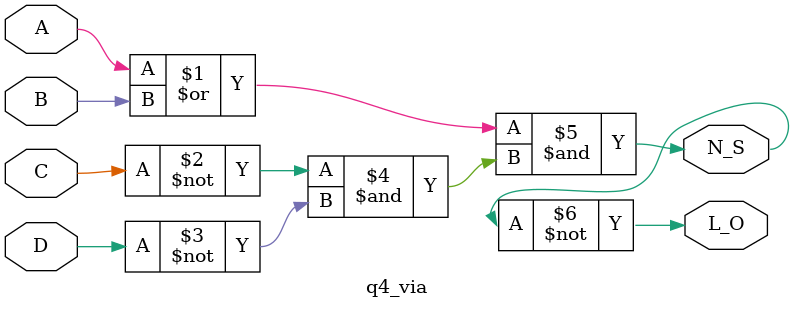
<source format=v>
module q4_via(A, B, C, D, N_S, L_O);
    input A, B, C, D;
    output wire N_S, L_O;
	 
    assign N_S = (A | B) & (~C & ~D);

    assign L_O = ~N_S;

endmodule

</source>
